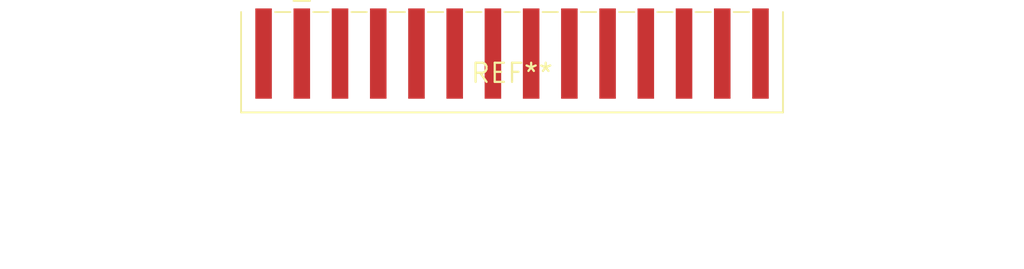
<source format=kicad_pcb>
(kicad_pcb (version 20240108) (generator pcbnew)
  (layers (0 "F.Cu" signal) (31 "B.Cu" signal) (34 "B.Paste" user) (35 "F.Paste" user) (36 "B.SilkS" user "B.Silkscreen") (37 "F.SilkS" user "F.Silkscreen") (38 "B.Mask" user) (39 "F.Mask" user) (44 "Edge.Cuts" user))
  (net 0 "")
  (footprint "Harting_har-flexicon_14111213010xxx_1x12-MP_P2.54mm_Horizontal" (layer "F.Cu") (at 0 0)
    (property "Reference" "REF**")
    (property "Value" "Harting_har-flexicon_14111213010xxx_1x12-MP_P2.54mm_Horizontal")
    (fp_line (start -18.005 -4.06) (end -18.005 2.61) (layer "F.SilkS") (stroke (width 0.12)))
    (fp_line (start -15.748 -4.06) (end -14.732 -4.06) (layer "F.SilkS") (stroke (width 0.12)))
    (fp_line (start -14.52 -4.8) (end -13.42 -4.8) (layer "F.SilkS") (stroke (width 0.12)))
    (fp_line (start -13.208 -4.06) (end -12.192 -4.06) (layer "F.SilkS") (stroke (width 0.12)))
    (fp_line (start -10.668 -4.06) (end -9.652 -4.06) (layer "F.SilkS") (stroke (width 0.12)))
    (fp_line (start -8.128 -4.06) (end -7.112 -4.06) (layer "F.SilkS") (stroke (width 0.12)))
    (fp_line (start -5.588 -4.06) (end -4.572 -4.06) (layer "F.SilkS") (stroke (width 0.12)))
    (fp_line (start -3.048 -4.06) (end -2.032 -4.06) (layer "F.SilkS") (stroke (width 0.12)))
    (fp_line (start -0.508 -4.06) (end 0.508 -4.06) (layer "F.SilkS") (stroke (width 0.12)))
    (fp_line (start 2.032 -4.06) (end 3.048 -4.06) (layer "F.SilkS") (stroke (width 0.12)))
    (fp_line (start 4.572 -4.06) (end 5.588 -4.06) (layer "F.SilkS") (stroke (width 0.12)))
    (fp_line (start 7.112 -4.06) (end 8.128 -4.06) (layer "F.SilkS") (stroke (width 0.12)))
    (fp_line (start 9.652 -4.06) (end 10.668 -4.06) (layer "F.SilkS") (stroke (width 0.12)))
    (fp_line (start 12.192 -4.06) (end 13.208 -4.06) (layer "F.SilkS") (stroke (width 0.12)))
    (fp_line (start 14.732 -4.06) (end 15.748 -4.06) (layer "F.SilkS") (stroke (width 0.12)))
    (fp_line (start 18.005 -4.06) (end 18.005 2.61) (layer "F.SilkS") (stroke (width 0.12)))
    (fp_line (start 18.005 2.61) (end -18.005 2.61) (layer "F.SilkS") (stroke (width 0.12)))
    (pad "1" smd rect (at -13.97 -1.3) (size 1.1 6) (layers "F.Cu" "F.Paste" "F.Mask"))
    (pad "2" smd rect (at -11.43 -1.3) (size 1.1 6) (layers "F.Cu" "F.Paste" "F.Mask"))
    (pad "3" smd rect (at -8.89 -1.3) (size 1.1 6) (layers "F.Cu" "F.Paste" "F.Mask"))
    (pad "4" smd rect (at -6.35 -1.3) (size 1.1 6) (layers "F.Cu" "F.Paste" "F.Mask"))
    (pad "5" smd rect (at -3.81 -1.3) (size 1.1 6) (layers "F.Cu" "F.Paste" "F.Mask"))
    (pad "6" smd rect (at -1.27 -1.3) (size 1.1 6) (layers "F.Cu" "F.Paste" "F.Mask"))
    (pad "7" smd rect (at 1.27 -1.3) (size 1.1 6) (layers "F.Cu" "F.Paste" "F.Mask"))
    (pad "8" smd rect (at 3.81 -1.3) (size 1.1 6) (layers "F.Cu" "F.Paste" "F.Mask"))
    (pad "9" smd rect (at 6.35 -1.3) (size 1.1 6) (layers "F.Cu" "F.Paste" "F.Mask"))
    (pad "10" smd rect (at 8.89 -1.3) (size 1.1 6) (layers "F.Cu" "F.Paste" "F.Mask"))
    (pad "11" smd rect (at 11.43 -1.3) (size 1.1 6) (layers "F.Cu" "F.Paste" "F.Mask"))
    (pad "12" smd rect (at 13.97 -1.3) (size 1.1 6) (layers "F.Cu" "F.Paste" "F.Mask"))
    (pad "MP" smd rect (at -16.51 -1.3) (size 1.1 6) (layers "F.Cu" "F.Paste" "F.Mask"))
    (pad "MP" smd rect (at 16.51 -1.3) (size 1.1 6) (layers "F.Cu" "F.Paste" "F.Mask"))
  )
)
</source>
